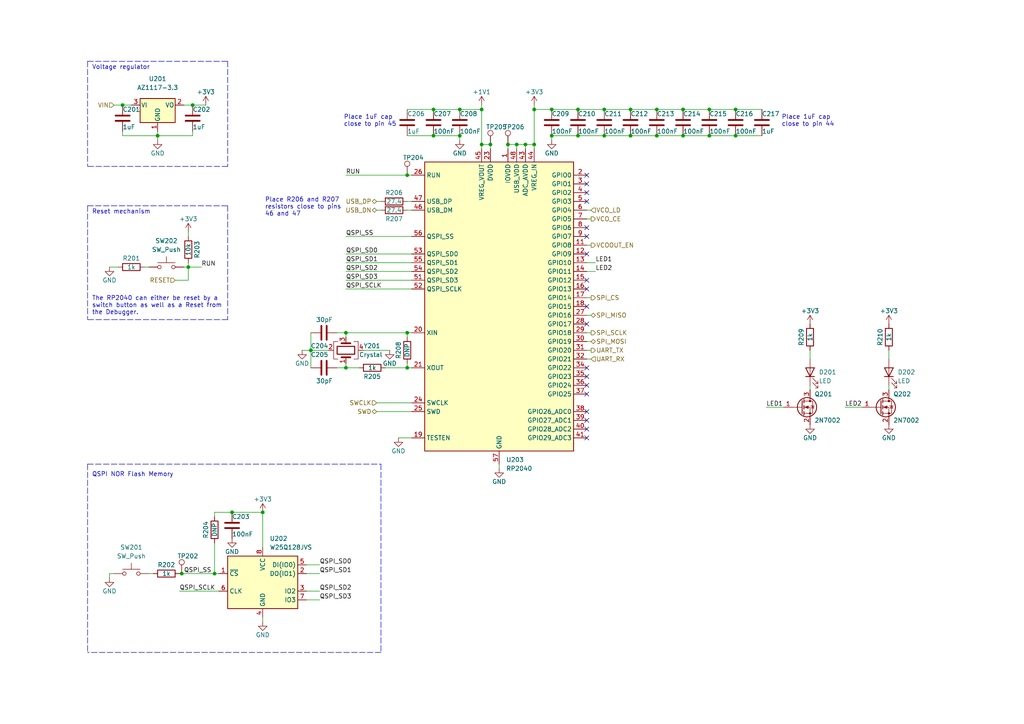
<source format=kicad_sch>
(kicad_sch (version 20211123) (generator eeschema)
  (paper "A4")
  (lib_symbols
    (symbol "Connector:TestPoint" (pin_numbers hide) (pin_names (offset 0.762) hide)
      (property "Reference" "TP" (at 0 6.858 0))
      (property "Value" "TestPoint" (at 0 5.08 0))
      (symbol "TestPoint_0_1"
        (circle (center 0 3.302) (radius 0.762))
      )
      (symbol "TestPoint_1_1"
        (pin passive line (at 0 0 90) (length 2.54) (name "1") (number "1"))
      )
    )
    (symbol "Device:C" (pin_numbers hide) (pin_names (offset 0.254))
      (property "Reference" "C" (at 0.635 2.54 0))
      (property "Value" "C" (at 0.635 -2.54 0))
      (symbol "C_0_1"
        (polyline (pts (xy -2.032 -0.762) (xy 2.032 -0.762)) (stroke (width 0.508)))
        (polyline (pts (xy -2.032 0.762) (xy 2.032 0.762)) (stroke (width 0.508)))
      )
      (symbol "C_1_1"
        (pin passive line (at 0 3.81 270) (length 2.794) (name "~") (number "1"))
        (pin passive line (at 0 -3.81 90) (length 2.794) (name "~") (number "2"))
      )
    )
    (symbol "Device:Crystal_GND24" (pin_names (offset 1.016) hide)
      (property "Reference" "Y" (at 3.175 5.08 0))
      (property "Value" "Crystal_GND24" (at 3.175 3.175 0))
      (symbol "Crystal_GND24_0_1"
        (rectangle (start -1.143 2.54) (end 1.143 -2.54) (stroke (width 0.3048)))
        (polyline (pts (xy -2.54 0) (xy -2.032 0)))
        (polyline (pts (xy -2.032 -1.27) (xy -2.032 1.27)) (stroke (width 0.508)))
        (polyline (pts (xy 0 -3.81) (xy 0 -3.556)))
        (polyline (pts (xy 0 3.556) (xy 0 3.81)))
        (polyline (pts (xy 2.032 -1.27) (xy 2.032 1.27)) (stroke (width 0.508)))
        (polyline (pts (xy 2.032 0) (xy 2.54 0)))
        (polyline (pts (xy -2.54 -2.286) (xy -2.54 -3.556) (xy 2.54 -3.556) (xy 2.54 -2.286)))
        (polyline (pts (xy -2.54 2.286) (xy -2.54 3.556) (xy 2.54 3.556) (xy 2.54 2.286)))
      )
      (symbol "Crystal_GND24_1_1"
        (pin passive line (at -3.81 0 0) (length 1.27) (name "1") (number "1"))
        (pin passive line (at 0 5.08 270) (length 1.27) (name "2") (number "2"))
        (pin passive line (at 3.81 0 180) (length 1.27) (name "3") (number "3"))
        (pin passive line (at 0 -5.08 90) (length 1.27) (name "4") (number "4"))
      )
    )
    (symbol "Device:LED" (pin_numbers hide) (pin_names (offset 1.016) hide)
      (property "Reference" "D" (at 0 2.54 0))
      (property "Value" "LED" (at 0 -2.54 0))
      (symbol "LED_0_1"
        (polyline (pts (xy -1.27 -1.27) (xy -1.27 1.27)) (stroke (width 0.254)))
        (polyline (pts (xy -1.27 0) (xy 1.27 0)))
        (polyline (pts (xy 1.27 -1.27) (xy 1.27 1.27) (xy -1.27 0) (xy 1.27 -1.27)) (stroke (width 0.254)))
        (polyline (pts (xy -3.048 -0.762) (xy -4.572 -2.286) (xy -3.81 -2.286) (xy -4.572 -2.286) (xy -4.572 -1.524)))
        (polyline (pts (xy -1.778 -0.762) (xy -3.302 -2.286) (xy -2.54 -2.286) (xy -3.302 -2.286) (xy -3.302 -1.524)))
      )
      (symbol "LED_1_1"
        (pin passive line (at -3.81 0 0) (length 2.54) (name "K") (number "1"))
        (pin passive line (at 3.81 0 180) (length 2.54) (name "A") (number "2"))
      )
    )
    (symbol "Device:R" (pin_numbers hide) (pin_names (offset 0))
      (property "Reference" "R" (at 2.032 0 90))
      (property "Value" "R" (at 0 0 90))
      (symbol "R_0_1"
        (rectangle (start -1.016 -2.54) (end 1.016 2.54) (stroke (width 0.254)))
      )
      (symbol "R_1_1"
        (pin passive line (at 0 3.81 270) (length 1.27) (name "~") (number "1"))
        (pin passive line (at 0 -3.81 90) (length 1.27) (name "~") (number "2"))
      )
    )
    (symbol "MCU_RaspberryPi:RP2040"
      (property "Reference" "U" (at 17.78 45.72 0))
      (property "Value" "RP2040" (at 17.78 43.18 0))
      (symbol "RP2040_0_1"
        (rectangle (start -21.59 41.91) (end 21.59 -41.91) (stroke (width 0.254)) (fill (type background)))
      )
      (symbol "RP2040_1_1"
        (pin power_in line (at 2.54 45.72 270) (length 3.81) (name "IOVDD") (number "1"))
        (pin passive line (at 2.54 45.72 270) (length 3.81) hide (name "IOVDD") (number "10"))
        (pin bidirectional line (at 25.4 17.78 180) (length 3.81) (name "GPIO8") (number "11"))
        (pin bidirectional line (at 25.4 15.24 180) (length 3.81) (name "GPIO9") (number "12"))
        (pin bidirectional line (at 25.4 12.7 180) (length 3.81) (name "GPIO10") (number "13"))
        (pin bidirectional line (at 25.4 10.16 180) (length 3.81) (name "GPIO11") (number "14"))
        (pin bidirectional line (at 25.4 7.62 180) (length 3.81) (name "GPIO12") (number "15"))
        (pin bidirectional line (at 25.4 5.08 180) (length 3.81) (name "GPIO13") (number "16"))
        (pin bidirectional line (at 25.4 2.54 180) (length 3.81) (name "GPIO14") (number "17"))
        (pin bidirectional line (at 25.4 0 180) (length 3.81) (name "GPIO15") (number "18"))
        (pin input line (at -25.4 -38.1 0) (length 3.81) (name "TESTEN") (number "19"))
        (pin bidirectional line (at 25.4 38.1 180) (length 3.81) (name "GPIO0") (number "2"))
        (pin input line (at -25.4 -7.62 0) (length 3.81) (name "XIN") (number "20"))
        (pin passive line (at -25.4 -17.78 0) (length 3.81) (name "XOUT") (number "21"))
        (pin passive line (at 2.54 45.72 270) (length 3.81) hide (name "IOVDD") (number "22"))
        (pin power_in line (at -2.54 45.72 270) (length 3.81) (name "DVDD") (number "23"))
        (pin output line (at -25.4 -27.94 0) (length 3.81) (name "SWCLK") (number "24"))
        (pin bidirectional line (at -25.4 -30.48 0) (length 3.81) (name "SWD") (number "25"))
        (pin input line (at -25.4 38.1 0) (length 3.81) (name "RUN") (number "26"))
        (pin bidirectional line (at 25.4 -2.54 180) (length 3.81) (name "GPIO16") (number "27"))
        (pin bidirectional line (at 25.4 -5.08 180) (length 3.81) (name "GPIO17") (number "28"))
        (pin bidirectional line (at 25.4 -7.62 180) (length 3.81) (name "GPIO18") (number "29"))
        (pin bidirectional line (at 25.4 35.56 180) (length 3.81) (name "GPIO1") (number "3"))
        (pin bidirectional line (at 25.4 -10.16 180) (length 3.81) (name "GPIO19") (number "30"))
        (pin bidirectional line (at 25.4 -12.7 180) (length 3.81) (name "GPIO20") (number "31"))
        (pin bidirectional line (at 25.4 -15.24 180) (length 3.81) (name "GPIO21") (number "32"))
        (pin passive line (at 2.54 45.72 270) (length 3.81) hide (name "IOVDD") (number "33"))
        (pin bidirectional line (at 25.4 -17.78 180) (length 3.81) (name "GPIO22") (number "34"))
        (pin bidirectional line (at 25.4 -20.32 180) (length 3.81) (name "GPIO23") (number "35"))
        (pin bidirectional line (at 25.4 -22.86 180) (length 3.81) (name "GPIO24") (number "36"))
        (pin bidirectional line (at 25.4 -25.4 180) (length 3.81) (name "GPIO25") (number "37"))
        (pin bidirectional line (at 25.4 -30.48 180) (length 3.81) (name "GPIO26_ADC0") (number "38"))
        (pin bidirectional line (at 25.4 -33.02 180) (length 3.81) (name "GPIO27_ADC1") (number "39"))
        (pin bidirectional line (at 25.4 33.02 180) (length 3.81) (name "GPIO2") (number "4"))
        (pin bidirectional line (at 25.4 -35.56 180) (length 3.81) (name "GPIO28_ADC2") (number "40"))
        (pin bidirectional line (at 25.4 -38.1 180) (length 3.81) (name "GPIO29_ADC3") (number "41"))
        (pin passive line (at 2.54 45.72 270) (length 3.81) hide (name "IOVDD") (number "42"))
        (pin power_in line (at 7.62 45.72 270) (length 3.81) (name "ADC_AVDD") (number "43"))
        (pin power_in line (at 10.16 45.72 270) (length 3.81) (name "VREG_IN") (number "44"))
        (pin power_out line (at -5.08 45.72 270) (length 3.81) (name "VREG_VOUT") (number "45"))
        (pin bidirectional line (at -25.4 27.94 0) (length 3.81) (name "USB_DM") (number "46"))
        (pin bidirectional line (at -25.4 30.48 0) (length 3.81) (name "USB_DP") (number "47"))
        (pin power_in line (at 5.08 45.72 270) (length 3.81) (name "USB_VDD") (number "48"))
        (pin passive line (at 2.54 45.72 270) (length 3.81) hide (name "IOVDD") (number "49"))
        (pin bidirectional line (at 25.4 30.48 180) (length 3.81) (name "GPIO3") (number "5"))
        (pin passive line (at -2.54 45.72 270) (length 3.81) hide (name "DVDD") (number "50"))
        (pin bidirectional line (at -25.4 7.62 0) (length 3.81) (name "QSPI_SD3") (number "51"))
        (pin output line (at -25.4 5.08 0) (length 3.81) (name "QSPI_SCLK") (number "52"))
        (pin bidirectional line (at -25.4 15.24 0) (length 3.81) (name "QSPI_SD0") (number "53"))
        (pin bidirectional line (at -25.4 10.16 0) (length 3.81) (name "QSPI_SD2") (number "54"))
        (pin bidirectional line (at -25.4 12.7 0) (length 3.81) (name "QSPI_SD1") (number "55"))
        (pin bidirectional line (at -25.4 20.32 0) (length 3.81) (name "QSPI_SS") (number "56"))
        (pin power_in line (at 0 -45.72 90) (length 3.81) (name "GND") (number "57"))
        (pin bidirectional line (at 25.4 27.94 180) (length 3.81) (name "GPIO4") (number "6"))
        (pin bidirectional line (at 25.4 25.4 180) (length 3.81) (name "GPIO5") (number "7"))
        (pin bidirectional line (at 25.4 22.86 180) (length 3.81) (name "GPIO6") (number "8"))
        (pin bidirectional line (at 25.4 20.32 180) (length 3.81) (name "GPIO7") (number "9"))
      )
    )
    (symbol "Memory_Flash:W25Q128JVS"
      (property "Reference" "U" (at -8.89 8.89 0))
      (property "Value" "W25Q128JVS" (at 7.62 8.89 0))
      (symbol "W25Q128JVS_0_1"
        (rectangle (start -10.16 7.62) (end 10.16 -7.62) (stroke (width 0.254)) (fill (type background)))
      )
      (symbol "W25Q128JVS_1_1"
        (pin input line (at -12.7 2.54 0) (length 2.54) (name "~{CS}") (number "1"))
        (pin bidirectional line (at 12.7 2.54 180) (length 2.54) (name "DO(IO1)") (number "2"))
        (pin bidirectional line (at 12.7 -2.54 180) (length 2.54) (name "IO2") (number "3"))
        (pin power_in line (at 0 -10.16 90) (length 2.54) (name "GND") (number "4"))
        (pin bidirectional line (at 12.7 5.08 180) (length 2.54) (name "DI(IO0)") (number "5"))
        (pin input line (at -12.7 -2.54 0) (length 2.54) (name "CLK") (number "6"))
        (pin bidirectional line (at 12.7 -5.08 180) (length 2.54) (name "IO3") (number "7"))
        (pin power_in line (at 0 10.16 270) (length 2.54) (name "VCC") (number "8"))
      )
    )
    (symbol "Regulator_Linear:AZ1117-3.3" (pin_names (offset 0.254))
      (property "Reference" "U" (at -3.81 3.175 0))
      (property "Value" "AZ1117-3.3" (at 0 3.175 0))
      (symbol "AZ1117-3.3_0_1"
        (rectangle (start -5.08 1.905) (end 5.08 -5.08) (stroke (width 0.254)) (fill (type background)))
      )
      (symbol "AZ1117-3.3_1_1"
        (pin power_in line (at 0 -7.62 90) (length 2.54) (name "GND") (number "1"))
        (pin power_out line (at 7.62 0 180) (length 2.54) (name "VO") (number "2"))
        (pin power_in line (at -7.62 0 0) (length 2.54) (name "VI") (number "3"))
      )
    )
    (symbol "Switch:SW_Push" (pin_numbers hide) (pin_names (offset 1.016) hide)
      (property "Reference" "SW" (at 1.27 2.54 0))
      (property "Value" "SW_Push" (at 0 -1.524 0))
      (symbol "SW_Push_0_1"
        (circle (center -2.032 0) (radius 0.508))
        (polyline (pts (xy 0 1.27) (xy 0 3.048)))
        (polyline (pts (xy 2.54 1.27) (xy -2.54 1.27)))
        (circle (center 2.032 0) (radius 0.508))
        (pin passive line (at -5.08 0 0) (length 2.54) (name "1") (number "1"))
        (pin passive line (at 5.08 0 180) (length 2.54) (name "2") (number "2"))
      )
    )
    (symbol "Transistor_FET:2N7002" (pin_names hide)
      (property "Reference" "Q" (at 5.08 1.905 0))
      (property "Value" "2N7002" (at 5.08 0 0))
      (symbol "2N7002_0_1"
        (polyline (pts (xy 0.254 0) (xy -2.54 0)))
        (polyline (pts (xy 0.254 1.905) (xy 0.254 -1.905)) (stroke (width 0.254)))
        (polyline (pts (xy 0.762 -1.27) (xy 0.762 -2.286)) (stroke (width 0.254)))
        (polyline (pts (xy 0.762 0.508) (xy 0.762 -0.508)) (stroke (width 0.254)))
        (polyline (pts (xy 0.762 2.286) (xy 0.762 1.27)) (stroke (width 0.254)))
        (polyline (pts (xy 2.54 2.54) (xy 2.54 1.778)))
        (polyline (pts (xy 2.54 -2.54) (xy 2.54 0) (xy 0.762 0)))
        (polyline (pts (xy 0.762 -1.778) (xy 3.302 -1.778) (xy 3.302 1.778) (xy 0.762 1.778)))
        (polyline (pts (xy 1.016 0) (xy 2.032 0.381) (xy 2.032 -0.381) (xy 1.016 0)) (fill (type outline)))
        (polyline (pts (xy 2.794 0.508) (xy 2.921 0.381) (xy 3.683 0.381) (xy 3.81 0.254)))
        (polyline (pts (xy 3.302 0.381) (xy 2.921 -0.254) (xy 3.683 -0.254) (xy 3.302 0.381)))
        (circle (center 1.651 0) (radius 2.794) (stroke (width 0.254)))
        (circle (center 2.54 -1.778) (radius 0.254) (fill (type outline)))
        (circle (center 2.54 1.778) (radius 0.254) (fill (type outline)))
      )
      (symbol "2N7002_1_1"
        (pin input line (at -5.08 0 0) (length 2.54) (name "G") (number "1"))
        (pin passive line (at 2.54 -5.08 90) (length 2.54) (name "S") (number "2"))
        (pin passive line (at 2.54 5.08 270) (length 2.54) (name "D") (number "3"))
      )
    )
    (symbol "power:+1V1" (power) (pin_names (offset 0))
      (property "Value" "+1V1" (at 0 3.556 0))
      (symbol "+1V1_0_1"
        (polyline (pts (xy -0.762 1.27) (xy 0 2.54)))
        (polyline (pts (xy 0 0) (xy 0 2.54)))
        (polyline (pts (xy 0 2.54) (xy 0.762 1.27)))
      )
      (symbol "+1V1_1_1"
        (pin power_in line (at 0 0 90) (length 0) hide (name "+1V1") (number "1"))
      )
    )
    (symbol "power:+3V3" (power) (pin_names (offset 0))
      (property "Value" "+3V3" (at 0 3.556 0))
      (symbol "+3V3_0_1"
        (polyline (pts (xy -0.762 1.27) (xy 0 2.54)))
        (polyline (pts (xy 0 0) (xy 0 2.54)))
        (polyline (pts (xy 0 2.54) (xy 0.762 1.27)))
      )
      (symbol "+3V3_1_1"
        (pin power_in line (at 0 0 90) (length 0) hide (name "+3V3") (number "1"))
      )
    )
    (symbol "power:GND" (power) (pin_names (offset 0))
      (property "Value" "GND" (at 0 -3.81 0))
      (symbol "GND_0_1"
        (polyline (pts (xy 0 0) (xy 0 -1.27) (xy 1.27 -1.27) (xy 0 -2.54) (xy -1.27 -1.27) (xy 0 -1.27)))
      )
      (symbol "GND_1_1"
        (pin power_in line (at 0 0 270) (length 0) hide (name "GND") (number "1"))
      )
    )
  )
  (junction (at 198.12 39.37))
  (junction (at 35.56 30.48))
  (junction (at 160.02 31.75))
  (junction (at 100.33 96.52))
  (junction (at 205.74 39.37))
  (junction (at 149.86 41.91))
  (junction (at 62.23 166.37))
  (junction (at 118.11 106.68))
  (junction (at 118.11 96.52))
  (junction (at 152.4 41.91))
  (junction (at 139.7 31.75))
  (junction (at 182.88 31.75))
  (junction (at 175.26 31.75))
  (junction (at 213.36 31.75))
  (junction (at 154.94 41.91))
  (junction (at 190.5 31.75))
  (junction (at 160.02 39.37))
  (junction (at 133.35 31.75))
  (junction (at 67.31 148.59))
  (junction (at 90.17 101.6))
  (junction (at 45.72 39.37))
  (junction (at 55.88 30.48))
  (junction (at 213.36 39.37))
  (junction (at 175.26 39.37))
  (junction (at 154.94 31.75))
  (junction (at 142.24 41.91))
  (junction (at 167.64 39.37))
  (junction (at 182.88 39.37))
  (junction (at 147.32 41.91))
  (junction (at 198.12 31.75))
  (junction (at 118.11 50.8))
  (junction (at 52.705 166.37))
  (junction (at 167.64 31.75))
  (junction (at 205.74 31.75))
  (junction (at 54.61 77.47))
  (junction (at 125.73 39.37))
  (junction (at 100.33 106.68))
  (junction (at 190.5 39.37))
  (junction (at 125.73 31.75))
  (junction (at 133.35 39.37))
  (junction (at 139.7 41.91))
  (junction (at 76.2 148.59))
  (no_connect (at 170.18 127))
  (no_connect (at 170.18 119.38))
  (no_connect (at 170.18 121.92))
  (no_connect (at 170.18 124.46))
  (no_connect (at 170.18 73.66))
  (no_connect (at 170.18 106.68))
  (no_connect (at 170.18 109.22))
  (no_connect (at 170.18 66.04))
  (no_connect (at 170.18 68.58))
  (no_connect (at 170.18 81.28))
  (no_connect (at 170.18 83.82))
  (no_connect (at 170.18 88.9))
  (no_connect (at 170.18 93.98))
  (no_connect (at 170.18 50.8))
  (no_connect (at 170.18 53.34))
  (no_connect (at 170.18 55.88))
  (no_connect (at 170.18 58.42))
  (no_connect (at 170.18 111.76))
  (no_connect (at 170.18 114.3))
  (wire (pts (xy 170.18 76.2) (xy 172.72 76.2)))
  (wire (pts (xy 125.73 31.75) (xy 133.35 31.75)))
  (wire (pts (xy 147.32 41.91) (xy 147.32 43.18)))
  (wire (pts (xy 55.88 38.1) (xy 55.88 39.37)))
  (wire (pts (xy 118.11 58.42) (xy 119.38 58.42)))
  (wire (pts (xy 257.81 111.76) (xy 257.81 113.03)))
  (wire (pts (xy 67.31 148.59) (xy 76.2 148.59)))
  (polyline (pts (xy 66.04 59.69) (xy 66.04 92.71)))
  (wire (pts (xy 118.11 96.52) (xy 118.11 97.79)))
  (polyline (pts (xy 25.4 59.69) (xy 25.4 92.71)))
  (wire (pts (xy 109.22 116.84) (xy 119.38 116.84)))
  (wire (pts (xy 100.33 96.52) (xy 118.11 96.52)))
  (wire (pts (xy 53.34 30.48) (xy 55.88 30.48)))
  (wire (pts (xy 76.2 148.59) (xy 76.2 158.75)))
  (wire (pts (xy 257.81 101.6) (xy 257.81 104.14)))
  (wire (pts (xy 53.34 77.47) (xy 54.61 77.47)))
  (wire (pts (xy 154.94 41.91) (xy 152.4 41.91)))
  (wire (pts (xy 182.88 39.37) (xy 190.5 39.37)))
  (wire (pts (xy 97.79 96.52) (xy 100.33 96.52)))
  (wire (pts (xy 118.11 50.8) (xy 119.38 50.8)))
  (polyline (pts (xy 66.04 17.78) (xy 66.04 48.26)))
  (wire (pts (xy 118.11 106.68) (xy 119.38 106.68)))
  (wire (pts (xy 100.33 97.79) (xy 100.33 96.52)))
  (wire (pts (xy 190.5 39.37) (xy 198.12 39.37)))
  (polyline (pts (xy 25.4 134.62) (xy 110.49 134.62)))
  (wire (pts (xy 33.02 166.37) (xy 31.75 166.37)))
  (wire (pts (xy 198.12 39.37) (xy 205.74 39.37)))
  (wire (pts (xy 52.07 171.45) (xy 63.5 171.45)))
  (wire (pts (xy 142.24 43.18) (xy 142.24 41.91)))
  (wire (pts (xy 234.95 101.6) (xy 234.95 104.14)))
  (wire (pts (xy 109.22 58.42) (xy 110.49 58.42)))
  (wire (pts (xy 90.17 101.6) (xy 95.25 101.6)))
  (wire (pts (xy 67.31 148.59) (xy 62.23 148.59)))
  (wire (pts (xy 43.18 166.37) (xy 44.45 166.37)))
  (wire (pts (xy 222.25 118.11) (xy 227.33 118.11)))
  (wire (pts (xy 92.71 166.37) (xy 88.9 166.37)))
  (wire (pts (xy 139.7 41.91) (xy 139.7 31.75)))
  (wire (pts (xy 160.02 31.75) (xy 167.64 31.75)))
  (wire (pts (xy 167.64 31.75) (xy 175.26 31.75)))
  (polyline (pts (xy 66.04 48.26) (xy 25.4 48.26)))
  (wire (pts (xy 100.33 81.28) (xy 119.38 81.28)))
  (wire (pts (xy 160.02 39.37) (xy 160.02 40.64)))
  (wire (pts (xy 152.4 41.91) (xy 152.4 43.18)))
  (polyline (pts (xy 25.4 134.62) (xy 25.4 189.23)))
  (wire (pts (xy 111.76 106.68) (xy 118.11 106.68)))
  (wire (pts (xy 133.35 39.37) (xy 133.35 40.64)))
  (wire (pts (xy 170.18 99.06) (xy 171.45 99.06)))
  (wire (pts (xy 52.07 166.37) (xy 52.705 166.37)))
  (wire (pts (xy 45.72 39.37) (xy 55.88 39.37)))
  (wire (pts (xy 109.22 60.96) (xy 110.49 60.96)))
  (wire (pts (xy 170.18 91.44) (xy 171.45 91.44)))
  (wire (pts (xy 182.88 31.75) (xy 190.5 31.75)))
  (wire (pts (xy 55.88 30.48) (xy 59.69 30.48)))
  (wire (pts (xy 90.17 101.6) (xy 90.17 106.68)))
  (wire (pts (xy 33.02 30.48) (xy 35.56 30.48)))
  (wire (pts (xy 170.18 78.74) (xy 172.72 78.74)))
  (wire (pts (xy 100.33 73.66) (xy 119.38 73.66)))
  (wire (pts (xy 245.11 118.11) (xy 250.19 118.11)))
  (polyline (pts (xy 25.4 59.69) (xy 66.04 59.69)))
  (wire (pts (xy 133.35 31.75) (xy 139.7 31.75)))
  (wire (pts (xy 45.72 39.37) (xy 45.72 40.64)))
  (wire (pts (xy 167.64 39.37) (xy 175.26 39.37)))
  (wire (pts (xy 175.26 31.75) (xy 182.88 31.75)))
  (wire (pts (xy 198.12 31.75) (xy 205.74 31.75)))
  (wire (pts (xy 190.5 31.75) (xy 198.12 31.75)))
  (wire (pts (xy 118.11 60.96) (xy 119.38 60.96)))
  (wire (pts (xy 160.02 39.37) (xy 167.64 39.37)))
  (wire (pts (xy 88.9 171.45) (xy 92.71 171.45)))
  (wire (pts (xy 41.91 77.47) (xy 43.18 77.47)))
  (wire (pts (xy 54.61 77.47) (xy 54.61 81.28)))
  (wire (pts (xy 149.86 41.91) (xy 149.86 43.18)))
  (wire (pts (xy 154.94 30.48) (xy 154.94 31.75)))
  (wire (pts (xy 118.11 105.41) (xy 118.11 106.68)))
  (wire (pts (xy 100.33 78.74) (xy 119.38 78.74)))
  (wire (pts (xy 125.73 39.37) (xy 133.35 39.37)))
  (wire (pts (xy 54.61 77.47) (xy 58.42 77.47)))
  (wire (pts (xy 62.23 166.37) (xy 63.5 166.37)))
  (wire (pts (xy 100.33 76.2) (xy 119.38 76.2)))
  (wire (pts (xy 118.11 31.75) (xy 125.73 31.75)))
  (wire (pts (xy 118.11 96.52) (xy 119.38 96.52)))
  (polyline (pts (xy 25.4 17.78) (xy 25.4 48.26)))
  (wire (pts (xy 170.18 86.36) (xy 171.45 86.36)))
  (wire (pts (xy 35.56 30.48) (xy 38.1 30.48)))
  (wire (pts (xy 170.18 63.5) (xy 171.45 63.5)))
  (wire (pts (xy 52.705 166.37) (xy 62.23 166.37)))
  (polyline (pts (xy 110.49 189.23) (xy 25.4 189.23)))
  (wire (pts (xy 62.23 157.48) (xy 62.23 166.37)))
  (wire (pts (xy 100.33 50.8) (xy 118.11 50.8)))
  (wire (pts (xy 213.36 31.75) (xy 220.98 31.75)))
  (wire (pts (xy 149.86 41.91) (xy 147.32 41.91)))
  (wire (pts (xy 50.8 81.28) (xy 54.61 81.28)))
  (wire (pts (xy 115.57 127) (xy 119.38 127)))
  (wire (pts (xy 175.26 39.37) (xy 182.88 39.37)))
  (wire (pts (xy 35.56 39.37) (xy 45.72 39.37)))
  (wire (pts (xy 170.18 71.12) (xy 171.45 71.12)))
  (polyline (pts (xy 25.4 17.78) (xy 66.04 17.78)))
  (wire (pts (xy 54.61 67.31) (xy 54.61 68.58)))
  (wire (pts (xy 54.61 76.2) (xy 54.61 77.47)))
  (wire (pts (xy 35.56 38.1) (xy 35.56 39.37)))
  (wire (pts (xy 170.18 60.96) (xy 171.45 60.96)))
  (wire (pts (xy 76.2 179.07) (xy 76.2 180.34)))
  (wire (pts (xy 88.9 173.99) (xy 92.71 173.99)))
  (wire (pts (xy 90.17 96.52) (xy 90.17 101.6)))
  (wire (pts (xy 144.78 134.62) (xy 144.78 135.89)))
  (wire (pts (xy 45.72 38.1) (xy 45.72 39.37)))
  (wire (pts (xy 109.22 119.38) (xy 119.38 119.38)))
  (wire (pts (xy 154.94 31.75) (xy 160.02 31.75)))
  (wire (pts (xy 62.23 148.59) (xy 62.23 149.86)))
  (wire (pts (xy 139.7 41.91) (xy 142.24 41.91)))
  (wire (pts (xy 205.74 39.37) (xy 213.36 39.37)))
  (wire (pts (xy 170.18 96.52) (xy 171.45 96.52)))
  (wire (pts (xy 97.79 106.68) (xy 100.33 106.68)))
  (polyline (pts (xy 66.04 92.71) (xy 25.4 92.71)))
  (wire (pts (xy 139.7 43.18) (xy 139.7 41.91)))
  (wire (pts (xy 205.74 31.75) (xy 213.36 31.75)))
  (wire (pts (xy 105.41 101.6) (xy 113.03 101.6)))
  (wire (pts (xy 100.33 68.58) (xy 119.38 68.58)))
  (wire (pts (xy 87.63 101.6) (xy 90.17 101.6)))
  (wire (pts (xy 139.7 30.48) (xy 139.7 31.75)))
  (wire (pts (xy 118.11 39.37) (xy 125.73 39.37)))
  (wire (pts (xy 154.94 31.75) (xy 154.94 41.91)))
  (wire (pts (xy 31.75 166.37) (xy 31.75 167.64)))
  (wire (pts (xy 234.95 111.76) (xy 234.95 113.03)))
  (polyline (pts (xy 110.49 134.62) (xy 110.49 189.23)))
  (wire (pts (xy 154.94 41.91) (xy 154.94 43.18)))
  (wire (pts (xy 170.18 101.6) (xy 171.45 101.6)))
  (wire (pts (xy 31.75 77.47) (xy 34.29 77.47)))
  (wire (pts (xy 100.33 83.82) (xy 119.38 83.82)))
  (wire (pts (xy 152.4 41.91) (xy 149.86 41.91)))
  (wire (pts (xy 92.71 163.83) (xy 88.9 163.83)))
  (wire (pts (xy 104.14 106.68) (xy 100.33 106.68)))
  (wire (pts (xy 170.18 104.14) (xy 171.45 104.14)))
  (wire (pts (xy 100.33 105.41) (xy 100.33 106.68)))
  (wire (pts (xy 213.36 39.37) (xy 220.98 39.37)))
  (text "Place R206 and R207\nresistors close to pins \n46 and 47" (at 76.835 62.865 0) (effects (font (size 1.27 1.27)) (justify left bottom)))
  (text "The RP2040 can either be reset by a \nswitch button as well as a Reset from\nthe Debugger." (at 26.67 91.44 0) (effects (font (size 1.27 1.27)) (justify left bottom)))
  (text "Place 1uF cap \nclose to pin 45" (at 99.695 36.83 0) (effects (font (size 1.27 1.27)) (justify left bottom)))
  (text "Voltage regulator" (at 26.67 20.32 0) (effects (font (size 1.27 1.27)) (justify left bottom)))
  (text "Place 1uF cap \nclose to pin 44" (at 226.695 36.83 0) (effects (font (size 1.27 1.27)) (justify left bottom)))
  (text "Reset mechanism" (at 26.67 62.23 0) (effects (font (size 1.27 1.27)) (justify left bottom)))
  (text "QSPI NOR Flash Memory" (at 26.67 138.43 0) (effects (font (size 1.27 1.27)) (justify left bottom)))
  (label "LED1" (at 172.72 76.2 0))
  (label "LED1" (at 222.25 118.11 0))
  (label "QSPI_SD1" (at 92.71 166.37 0))
  (label "RUN" (at 58.42 77.47 0))
  (label "QSPI_SD3" (at 100.33 81.28 0))
  (label "QSPI_SD1" (at 100.33 76.2 0))
  (label "QSPI_SD3" (at 92.71 173.99 0))
  (label "QSPI_SD0" (at 100.33 73.66 0))
  (label "QSPI_SCLK" (at 100.33 83.82 0))
  (label "LED2" (at 172.72 78.74 0))
  (label "RUN" (at 100.33 50.8 0))
  (label "LED2" (at 245.11 118.11 0))
  (label "QSPI_SS" (at 53.34 166.37 0))
  (label "QSPI_SD2" (at 100.33 78.74 0))
  (label "QSPI_SD0" (at 92.71 163.83 0))
  (label "QSPI_SD2" (at 92.71 171.45 0))
  (label "QSPI_SCLK" (at 52.07 171.45 0))
  (label "QSPI_SS" (at 100.33 68.58 0))
  (hierarchical_label "VCOOUT_EN" (shape output) (at 171.45 71.12 0))
  (hierarchical_label "SWCLK" (shape input) (at 109.22 116.84 180))
  (hierarchical_label "SPI_MISO" (shape bidirectional) (at 171.45 91.44 0))
  (hierarchical_label "SPI_MOSI" (shape bidirectional) (at 171.45 99.06 0))
  (hierarchical_label "UART_TX" (shape output) (at 171.45 101.6 0))
  (hierarchical_label "SPI_SCLK" (shape output) (at 171.45 96.52 0))
  (hierarchical_label "SPI_CS" (shape output) (at 171.45 86.36 0))
  (hierarchical_label "USB_DP" (shape bidirectional) (at 109.22 58.42 180))
  (hierarchical_label "USB_DN" (shape bidirectional) (at 109.22 60.96 180))
  (hierarchical_label "SWD" (shape bidirectional) (at 109.22 119.38 180))
  (hierarchical_label "UART_RX" (shape input) (at 171.45 104.14 0))
  (hierarchical_label "VIN" (shape input) (at 33.02 30.48 180))
  (hierarchical_label "VCO_LD" (shape input) (at 171.45 60.96 0))
  (hierarchical_label "VCO_CE" (shape output) (at 171.45 63.5 0))
  (hierarchical_label "RESET" (shape input) (at 50.8 81.28 180))
  (symbol (lib_id "power:GND") (at 45.72 40.64 0) (unit 1)
    (property "Reference" "#PWR0203" (effects hide))
    (property "Value" "GND" (at 45.72 44.45 0))
  )
  (symbol (lib_id "Device:R") (at 54.61 72.39 180) (unit 1)
    (property "Reference" "R203" (at 57.15 72.39 90))
    (property "Value" "10k" (at 54.61 72.39 90))
    (property "Footprint" "Resistor_SMD:R_0402_1005Metric" (effects hide))
    (property "Manufacturer" "YAGEO" (effects hide))
    (property "Part Number" "RT0402BRC0710KL" (effects hide))
    (property "LCSC" "C852428" (effects hide))
    (property "Partnumber" "RT0402BRC0710KL" (effects hide))
  )
  (symbol (lib_id "power:GND") (at 115.57 127 0) (unit 1)
    (property "Reference" "#PWR0211" (effects hide))
    (property "Value" "GND" (at 115.57 130.81 0))
  )
  (symbol (lib_id "Device:R") (at 48.26 166.37 90) (unit 1)
    (property "Reference" "R202" (at 48.26 163.83 90))
    (property "Value" "1k" (at 48.26 166.37 90))
    (property "Footprint" "Resistor_SMD:R_0402_1005Metric" (effects hide))
    (property "Manufacturer" "YAGEO" (effects hide))
    (property "Part Number" "RT0402CRE071KL" (effects hide))
    (property "LCSC" "C705665" (effects hide))
    (property "Partnumber" "RT0402CRE071KL" (effects hide))
  )
  (symbol (lib_id "Device:R") (at 118.11 101.6 180) (unit 1)
    (property "Reference" "R208" (at 115.57 101.6 90))
    (property "Value" "DNP" (at 118.11 101.6 90))
    (property "Footprint" "Resistor_SMD:R_0402_1005Metric" (effects hide))
  )
  (symbol (lib_id "power:GND") (at 257.81 123.19 0) (unit 1)
    (property "Reference" "#PWR0220" (effects hide))
    (property "Value" "GND" (at 257.81 127 0))
  )
  (symbol (lib_id "Regulator_Linear:AZ1117-3.3") (at 45.72 30.48 0) (unit 1)
    (property "Reference" "U201" (at 45.72 22.86 0))
    (property "Value" "AZ1117-3.3" (at 45.72 25.4 0))
    (property "Footprint" "Package_TO_SOT_SMD:SOT-223-3_TabPin2" (effects hide))
    (property "Datasheet" "https://www.diodes.com/assets/Datasheets/AZ1117.pdf" (effects hide))
    (property "LCSC" "C92517" (effects hide))
    (property "Manufacturer" "Diodes Inc" (effects hide))
    (property "Part Number" "AZ1117H-3.3TRE1" (effects hide))
    (property "Partnumber" "AZ1117H-3.3TRE1" (effects hide))
  )
  (symbol (lib_id "power:GND") (at 31.75 167.64 0) (unit 1)
    (property "Reference" "#PWR0202" (effects hide))
    (property "Value" "GND" (at 31.75 171.45 0))
  )
  (symbol (lib_id "Device:R") (at 107.95 106.68 90) (unit 1)
    (property "Reference" "R205" (at 107.95 109.22 90))
    (property "Value" "1k" (at 107.95 106.68 90))
    (property "Footprint" "Resistor_SMD:R_0402_1005Metric" (effects hide))
    (property "Manufacturer" "YAGEO" (effects hide))
    (property "Part Number" "RT0402CRE071KL" (effects hide))
    (property "LCSC" "C705665" (effects hide))
    (property "Partnumber" "RT0402CRE071KL" (effects hide))
  )
  (symbol (lib_id "power:+3V3") (at 76.2 148.59 0) (unit 1)
    (property "Reference" "#PWR0207" (effects hide))
    (property "Value" "+3V3" (at 76.2 144.78 0))
  )
  (symbol (lib_id "Device:C") (at 190.5 35.56 0) (unit 1)
    (property "Reference" "C213" (at 190.5 33.02 0) (effects (justify left)))
    (property "Value" "100nF" (at 190.5 38.1 0) (effects (justify left)))
    (property "Footprint" "Capacitor_SMD:C_0402_1005Metric" (effects hide))
    (property "Manufacturer" "Samsung EM" (effects hide))
    (property "Part Number" "CL05F104ZO5NNNC" (effects hide))
    (property "LCSC" "C84701" (effects hide))
    (property "Partnumber" "CL05F104ZO5NNNC" (effects hide))
  )
  (symbol (lib_id "power:+3V3") (at 154.94 30.48 0) (unit 1)
    (property "Reference" "#PWR0215" (effects hide))
    (property "Value" "+3V3" (at 154.94 26.67 0))
  )
  (symbol (lib_id "Connector:TestPoint") (at 118.11 50.8 0) (unit 1)
    (property "Reference" "TP204" (at 116.84 45.72 0) (effects (justify left)))
    (property "Value" " " (at 120.015 48.7679 0) (effects (justify left)))
    (property "Footprint" "TestPoint:TestPoint_Pad_D1.5mm" (effects hide))
  )
  (symbol (lib_id "power:+3V3") (at 257.81 93.98 0) (unit 1)
    (property "Reference" "#PWR0219" (effects hide))
    (property "Value" "+3V3" (at 257.81 90.17 0))
  )
  (symbol (lib_id "Device:C") (at 125.73 35.56 0) (unit 1)
    (property "Reference" "C207" (at 125.73 33.02 0) (effects (justify left)))
    (property "Value" "100nF" (at 125.73 38.1 0) (effects (justify left)))
    (property "Footprint" "Capacitor_SMD:C_0402_1005Metric" (effects hide))
    (property "Manufacturer" "Samsung EM" (effects hide))
    (property "Part Number" "CL05F104ZO5NNNC" (effects hide))
    (property "LCSC" "C84701" (effects hide))
    (property "Partnumber" "CL05F104ZO5NNNC" (effects hide))
  )
  (symbol (lib_id "power:+3V3") (at 54.61 67.31 0) (unit 1)
    (property "Reference" "#PWR0204" (effects hide))
    (property "Value" "+3V3" (at 54.61 63.5 0))
  )
  (symbol (lib_id "Device:R") (at 38.1 77.47 90) (unit 1)
    (property "Reference" "R201" (at 38.1 74.93 90))
    (property "Value" "1k" (at 38.1 77.47 90))
    (property "Footprint" "Resistor_SMD:R_0402_1005Metric" (effects hide))
    (property "Manufacturer" "YAGEO" (effects hide))
    (property "Part Number" "RT0402CRE071KL" (effects hide))
    (property "LCSC" "C705665" (effects hide))
    (property "Partnumber" "RT0402CRE071KL" (effects hide))
  )
  (symbol (lib_id "Device:C") (at 55.88 34.29 0) (unit 1)
    (property "Reference" "C202" (at 55.88 31.75 0) (effects (justify left)))
    (property "Value" "1uF" (at 55.88 36.83 0) (effects (justify left)))
    (property "Footprint" "Capacitor_SMD:C_0402_1005Metric" (effects hide))
    (property "Manufacturer" "Murata" (effects hide))
    (property "Part Number" "GCM155C71A105KE38D" (effects hide))
    (property "LCSC" "C126521" (effects hide))
    (property "Partnumber" "GCM155C71A105KE38D" (effects hide))
  )
  (symbol (lib_id "Device:C") (at 160.02 35.56 0) (unit 1)
    (property "Reference" "C209" (at 160.02 33.02 0) (effects (justify left)))
    (property "Value" "100nF" (at 160.02 38.1 0) (effects (justify left)))
    (property "Footprint" "Capacitor_SMD:C_0402_1005Metric" (effects hide))
    (property "Manufacturer" "Samsung EM" (effects hide))
    (property "Part Number" "CL05F104ZO5NNNC" (effects hide))
    (property "LCSC" "C84701" (effects hide))
    (property "Partnumber" "CL05F104ZO5NNNC" (effects hide))
  )
  (symbol (lib_id "Device:R") (at 114.3 60.96 90) (unit 1)
    (property "Reference" "R207" (at 114.3 63.5 90))
    (property "Value" "27.4" (at 114.3 60.96 90))
    (property "Footprint" "Resistor_SMD:R_0402_1005Metric" (effects hide))
    (property "LCSC" "C31439" (effects hide))
    (property "Manufacturer" "UNI-ROYAL" (effects hide))
    (property "Part Number" "0402WGF274JTCE" (effects hide))
    (property "Partnumber" "0402WGF274JTCE" (effects hide))
  )
  (symbol (lib_id "power:GND") (at 76.2 180.34 0) (unit 1)
    (property "Reference" "#PWR0208" (effects hide))
    (property "Value" "GND" (at 76.2 184.15 0))
  )
  (symbol (lib_id "power:+3V3") (at 59.69 30.48 0) (unit 1)
    (property "Reference" "#PWR0205" (effects hide))
    (property "Value" "+3V3" (at 59.69 26.67 0))
  )
  (symbol (lib_id "power:GND") (at 113.03 101.6 0) (unit 1)
    (property "Reference" "#PWR0210" (effects hide))
    (property "Value" "GND" (at 113.03 105.41 0))
  )
  (symbol (lib_id "Device:C") (at 175.26 35.56 0) (unit 1)
    (property "Reference" "C211" (at 175.26 33.02 0) (effects (justify left)))
    (property "Value" "100nF" (at 175.26 38.1 0) (effects (justify left)))
    (property "Footprint" "Capacitor_SMD:C_0402_1005Metric" (effects hide))
    (property "Manufacturer" "Samsung EM" (effects hide))
    (property "Part Number" "CL05F104ZO5NNNC" (effects hide))
    (property "LCSC" "C84701" (effects hide))
    (property "Partnumber" "CL05F104ZO5NNNC" (effects hide))
  )
  (symbol (lib_id "Device:C") (at 93.98 106.68 90) (unit 1)
    (property "Reference" "C205" (at 95.25 102.87 90) (effects (justify left)))
    (property "Value" "30pF" (at 96.52 110.49 90) (effects (justify left)))
    (property "Footprint" "Capacitor_SMD:C_0402_1005Metric" (effects hide))
    (property "Manufacturer" "Murata" (effects hide))
    (property "Part Number" "GCM1555C1H300JA16D" (effects hide))
    (property "LCSC" "C161152" (effects hide))
    (property "Partnumber" "GCM1555C1H300JA16D" (effects hide))
  )
  (symbol (lib_id "Device:C") (at 35.56 34.29 0) (unit 1)
    (property "Reference" "C201" (at 35.56 31.75 0) (effects (justify left)))
    (property "Value" "1uF" (at 35.56 36.83 0) (effects (justify left)))
    (property "Footprint" "Capacitor_SMD:C_0402_1005Metric" (effects hide))
    (property "Manufacturer" "Murata" (effects hide))
    (property "Part Number" "GCM155C71A105KE38D" (effects hide))
    (property "LCSC" "C126521" (effects hide))
    (property "Partnumber" "GCM155C71A105KE38D" (effects hide))
  )
  (symbol (lib_id "Transistor_FET:2N7002") (at 232.41 118.11 0) (unit 1)
    (property "Reference" "Q201" (at 236.22 114.3 0) (effects (justify left)))
    (property "Value" "2N7002" (at 236.22 121.92 0) (effects (justify left)))
    (property "Footprint" "Package_TO_SOT_SMD:SOT-23" (effects hide))
    (property "Datasheet" "https://www.onsemi.com/pub/Collateral/NDS7002A-D.PDF" (effects hide))
    (property "Manufacturer" "Yangzhou Yangjie Elec Tech" (effects hide))
    (property "Part Number" "2N7002" (effects hide))
    (property "LCSC" "C389059" (effects hide))
    (property "Partnumber" "2N7002" (effects hide))
  )
  (symbol (lib_id "power:GND") (at 144.78 135.89 0) (unit 1)
    (property "Reference" "#PWR0214" (effects hide))
    (property "Value" "GND" (at 144.78 139.7 0))
  )
  (symbol (lib_id "Device:C") (at 167.64 35.56 0) (unit 1)
    (property "Reference" "C210" (at 167.64 33.02 0) (effects (justify left)))
    (property "Value" "100nF" (at 167.64 38.1 0) (effects (justify left)))
    (property "Footprint" "Capacitor_SMD:C_0402_1005Metric" (effects hide))
    (property "Manufacturer" "Samsung EM" (effects hide))
    (property "Part Number" "CL05F104ZO5NNNC" (effects hide))
    (property "LCSC" "C84701" (effects hide))
    (property "Partnumber" "CL05F104ZO5NNNC" (effects hide))
  )
  (symbol (lib_id "power:GND") (at 133.35 40.64 0) (unit 1)
    (property "Reference" "#PWR0212" (effects hide))
    (property "Value" "GND" (at 133.35 44.45 0))
  )
  (symbol (lib_id "Device:C") (at 67.31 152.4 0) (unit 1)
    (property "Reference" "C203" (at 67.31 149.86 0) (effects (justify left)))
    (property "Value" "100nF" (at 67.31 154.94 0) (effects (justify left)))
    (property "Footprint" "Capacitor_SMD:C_0402_1005Metric" (effects hide))
    (property "Manufacturer" "Samsung EM" (effects hide))
    (property "Part Number" "CL05F104ZO5NNNC" (effects hide))
    (property "LCSC" "C84701" (effects hide))
    (property "Partnumber" "CL05F104ZO5NNNC" (effects hide))
  )
  (symbol (lib_id "Device:R") (at 257.81 97.79 0) (unit 1)
    (property "Reference" "R210" (at 255.27 97.79 90))
    (property "Value" "1k" (at 257.81 97.79 90))
    (property "Footprint" "Resistor_SMD:R_0402_1005Metric" (effects hide))
    (property "Manufacturer" "YAGEO" (effects hide))
    (property "Part Number" "RT0402CRE071KL" (effects hide))
    (property "LCSC" "C705665" (effects hide))
    (property "Partnumber" "RT0402CRE071KL" (effects hide))
  )
  (symbol (lib_id "Device:LED") (at 257.81 107.95 90) (unit 1)
    (property "Reference" "D202" (at 260.35 107.95 90) (effects (justify right)))
    (property "Value" "LED" (at 260.35 110.49 90) (effects (justify right)))
    (property "Footprint" "LED_SMD:LED_0603_1608Metric" (effects hide))
    (property "Manufacturer" "Everlight" (effects hide))
    (property "Part Number" "19-217/GHC-YR1S2/3T" (effects hide))
    (property "LCSC" "C72043" (effects hide))
    (property "Partnumber" "19-217/GHC-YR1S2/3T" (effects hide))
  )
  (symbol (lib_id "Connector:TestPoint") (at 52.705 166.37 0) (unit 1)
    (property "Reference" "TP202" (at 51.435 161.29 0) (effects (justify left)))
    (property "Value" " " (at 54.61 164.3379 0) (effects (justify left)))
    (property "Footprint" "TestPoint:TestPoint_Pad_D1.5mm" (effects hide))
  )
  (symbol (lib_id "Device:C") (at 133.35 35.56 0) (unit 1)
    (property "Reference" "C208" (at 133.35 33.02 0) (effects (justify left)))
    (property "Value" "100nF" (at 133.35 38.1 0) (effects (justify left)))
    (property "Footprint" "Capacitor_SMD:C_0402_1005Metric" (effects hide))
    (property "Manufacturer" "Samsung EM" (effects hide))
    (property "Part Number" "CL05F104ZO5NNNC" (effects hide))
    (property "LCSC" "C84701" (effects hide))
    (property "Partnumber" "CL05F104ZO5NNNC" (effects hide))
  )
  (symbol (lib_id "Switch:SW_Push") (at 48.26 77.47 0) (unit 1)
    (property "Reference" "SW202" (at 48.26 69.85 0))
    (property "Value" "SW_Push" (at 48.26 72.39 0))
    (property "Footprint" "TL3365AF180QG:SW_TL3365AF180QG" (effects hide))
    (property "Datasheet" "https://datasheet.lcsc.com/lcsc/2109061830_BZCN-TSA017A2540A03_C2888435.pdf" (effects hide))
    (property "Manufacturer" "BZCN" (effects hide))
    (property "Part Number" "TSA017A2540A03" (effects hide))
    (property "LCSC" "C2888435" (effects hide))
    (property "Partnumber" "TSA017A2540A03" (effects hide))
  )
  (symbol (lib_id "Device:R") (at 114.3 58.42 90) (unit 1)
    (property "Reference" "R206" (at 114.3 55.88 90))
    (property "Value" "27.4" (at 114.3 58.42 90))
    (property "Footprint" "Resistor_SMD:R_0402_1005Metric" (effects hide))
    (property "LCSC" "C31439" (effects hide))
    (property "Manufacturer" "UNI-ROYAL" (effects hide))
    (property "Part Number" "0402WGF274JTCE" (effects hide))
    (property "Partnumber" "0402WGF274JTCE" (effects hide))
  )
  (symbol (lib_id "Device:Crystal_GND24") (at 100.33 101.6 90) (unit 1)
    (property "Reference" "Y201" (at 105.41 100.33 90) (effects (justify right)))
    (property "Value" "Crystal" (at 104.14 102.8699 90) (effects (justify right)))
    (property "Footprint" "Crystal:Crystal_SMD_3225-4Pin_3.2x2.5mm" (effects hide))
    (property "Manufacturer" " TAE(Zhejiang Abel Elec)" (effects hide))
    (property "Part Number" "TAXM12M4RLBDDT2T" (effects hide))
    (property "LCSC" "C133334" (effects hide))
    (property "Partnumber" "TAXM12M4RLBDDT2T" (effects hide))
  )
  (symbol (lib_id "Device:R") (at 234.95 97.79 0) (unit 1)
    (property "Reference" "R209" (at 232.41 97.79 90))
    (property "Value" "1k" (at 234.95 97.79 90))
    (property "Footprint" "Resistor_SMD:R_0402_1005Metric" (effects hide))
    (property "Manufacturer" "YAGEO" (effects hide))
    (property "Part Number" "RT0402CRE071KL" (effects hide))
    (property "LCSC" "C705665" (effects hide))
    (property "Partnumber" "RT0402CRE071KL" (effects hide))
  )
  (symbol (lib_id "Memory_Flash:W25Q128JVS") (at 76.2 168.91 0) (unit 1)
    (property "Reference" "U202" (at 78.2194 156.21 0) (effects (justify left)))
    (property "Value" "W25Q128JVS" (at 78.2194 158.75 0) (effects (justify left)))
    (property "Footprint" "Package_SO:SOIC-8_5.23x5.23mm_P1.27mm" (effects hide))
    (property "Datasheet" "http://www.winbond.com/resource-files/w25q128jv_dtr%20revc%2003272018%20plus.pdf" (effects hide))
    (property "LCSC" "C113767" (effects hide))
    (property "Manufacturer" "Winbond" (effects hide))
    (property "Part Number" "W25Q128JVSIQ" (effects hide))
    (property "Partnumber" "W25Q128JVSIQ" (effects hide))
  )
  (symbol (lib_id "Device:C") (at 182.88 35.56 0) (unit 1)
    (property "Reference" "C212" (at 182.88 33.02 0) (effects (justify left)))
    (property "Value" "100nF" (at 182.88 38.1 0) (effects (justify left)))
    (property "Footprint" "Capacitor_SMD:C_0402_1005Metric" (effects hide))
    (property "Manufacturer" "Samsung EM" (effects hide))
    (property "Part Number" "CL05F104ZO5NNNC" (effects hide))
    (property "LCSC" "C84701" (effects hide))
    (property "Partnumber" "CL05F104ZO5NNNC" (effects hide))
  )
  (symbol (lib_id "Device:C") (at 220.98 35.56 0) (unit 1)
    (property "Reference" "C217" (at 220.98 33.02 0) (effects (justify left)))
    (property "Value" "1uF" (at 220.98 38.1 0) (effects (justify left)))
    (property "Footprint" "Capacitor_SMD:C_0402_1005Metric" (effects hide))
    (property "Manufacturer" "Murata" (effects hide))
    (property "Part Number" "GCM155C71A105KE38D" (effects hide))
    (property "LCSC" "C126521" (effects hide))
    (property "Partnumber" "GCM155C71A105KE38D" (effects hide))
  )
  (symbol (lib_id "Connector:TestPoint") (at 142.24 41.91 0) (unit 1)
    (property "Reference" "TP205" (at 140.97 36.83 0) (effects (justify left)))
    (property "Value" " " (at 144.145 39.8779 0) (effects (justify left)))
    (property "Footprint" "TestPoint:TestPoint_Pad_D1.5mm" (effects hide))
  )
  (symbol (lib_id "Device:C") (at 118.11 35.56 0) (unit 1)
    (property "Reference" "C206" (at 118.11 33.02 0) (effects (justify left)))
    (property "Value" "1uF" (at 118.11 38.1 0) (effects (justify left)))
    (property "Footprint" "Capacitor_SMD:C_0402_1005Metric" (effects hide))
    (property "Manufacturer" "Murata" (effects hide))
    (property "Part Number" "GCM155C71A105KE38D" (effects hide))
    (property "LCSC" "C126521" (effects hide))
    (property "Partnumber" "GCM155C71A105KE38D" (effects hide))
  )
  (symbol (lib_id "Device:C") (at 205.74 35.56 0) (unit 1)
    (property "Reference" "C215" (at 205.74 33.02 0) (effects (justify left)))
    (property "Value" "100nF" (at 205.74 38.1 0) (effects (justify left)))
    (property "Footprint" "Capacitor_SMD:C_0402_1005Metric" (effects hide))
    (property "Manufacturer" "Samsung EM" (effects hide))
    (property "Part Number" "CL05F104ZO5NNNC" (effects hide))
    (property "LCSC" "C84701" (effects hide))
    (property "Partnumber" "CL05F104ZO5NNNC" (effects hide))
  )
  (symbol (lib_id "power:GND") (at 87.63 101.6 0) (unit 1)
    (property "Reference" "#PWR0209" (effects hide))
    (property "Value" "GND" (at 87.63 105.41 0))
  )
  (symbol (lib_id "MCU_RaspberryPi:RP2040") (at 144.78 88.9 0) (unit 1)
    (property "Reference" "U203" (at 146.7994 133.35 0) (effects (justify left)))
    (property "Value" "RP2040" (at 146.7994 135.89 0) (effects (justify left)))
    (property "Footprint" "Package_DFN_QFN:QFN-56-1EP_7x7mm_P0.4mm_EP3.2x3.2mm" (effects hide))
    (property "Datasheet" "https://datasheets.raspberrypi.com/rp2040/rp2040-datasheet.pdf" (effects hide))
    (property "LCSC" "C2040" (effects hide))
    (property "Manufacturer" "Raspberry Pi" (effects hide))
    (property "Part Number" "RP2040" (effects hide))
    (property "Partnumber" "RP2040" (effects hide))
  )
  (symbol (lib_id "power:GND") (at 234.95 123.19 0) (unit 1)
    (property "Reference" "#PWR0218" (effects hide))
    (property "Value" "GND" (at 234.95 127 0))
  )
  (symbol (lib_id "Device:C") (at 198.12 35.56 0) (unit 1)
    (property "Reference" "C214" (at 198.12 33.02 0) (effects (justify left)))
    (property "Value" "100nF" (at 198.12 38.1 0) (effects (justify left)))
    (property "Footprint" "Capacitor_SMD:C_0402_1005Metric" (effects hide))
    (property "Manufacturer" "Samsung EM" (effects hide))
    (property "Part Number" "CL05F104ZO5NNNC" (effects hide))
    (property "LCSC" "C84701" (effects hide))
    (property "Partnumber" "CL05F104ZO5NNNC" (effects hide))
  )
  (symbol (lib_id "power:+3V3") (at 234.95 93.98 0) (unit 1)
    (property "Reference" "#PWR0217" (effects hide))
    (property "Value" "+3V3" (at 234.95 90.17 0))
  )
  (symbol (lib_id "power:GND") (at 160.02 40.64 0) (unit 1)
    (property "Reference" "#PWR0216" (effects hide))
    (property "Value" "GND" (at 160.02 44.45 0))
  )
  (symbol (lib_id "Device:LED") (at 234.95 107.95 90) (unit 1)
    (property "Reference" "D201" (at 237.49 107.95 90) (effects (justify right)))
    (property "Value" "LED" (at 237.49 110.49 90) (effects (justify right)))
    (property "Footprint" "LED_SMD:LED_0603_1608Metric" (effects hide))
    (property "Manufacturer" "Everlight" (effects hide))
    (property "Part Number" "19-217/GHC-YR1S2/3T" (effects hide))
    (property "LCSC" "C72043" (effects hide))
    (property "Partnumber" "19-217/GHC-YR1S2/3T" (effects hide))
  )
  (symbol (lib_id "Connector:TestPoint") (at 147.32 41.91 0) (unit 1)
    (property "Reference" "TP206" (at 146.05 36.83 0) (effects (justify left)))
    (property "Value" " " (at 149.225 39.8779 0) (effects (justify left)))
    (property "Footprint" "TestPoint:TestPoint_Pad_D1.5mm" (effects hide))
  )
  (symbol (lib_id "power:GND") (at 31.75 77.47 0) (unit 1)
    (property "Reference" "#PWR0201" (effects hide))
    (property "Value" "GND" (at 31.75 81.28 0))
  )
  (symbol (lib_id "Device:C") (at 93.98 96.52 90) (unit 1)
    (property "Reference" "C204" (at 95.25 100.33 90) (effects (justify left)))
    (property "Value" "30pF" (at 96.52 92.71 90) (effects (justify left)))
    (property "Footprint" "Capacitor_SMD:C_0402_1005Metric" (effects hide))
    (property "Manufacturer" "Murata" (effects hide))
    (property "Part Number" "GCM1555C1H300JA16D" (effects hide))
    (property "LCSC" "C161152" (effects hide))
    (property "Partnumber" "GCM1555C1H300JA16D" (effects hide))
  )
  (symbol (lib_id "power:GND") (at 67.31 156.21 0) (unit 1)
    (property "Reference" "#PWR0206" (effects hide))
    (property "Value" "GND" (at 67.31 160.02 0))
  )
  (symbol (lib_id "Device:C") (at 213.36 35.56 0) (unit 1)
    (property "Reference" "C216" (at 213.36 33.02 0) (effects (justify left)))
    (property "Value" "100nF" (at 213.36 38.1 0) (effects (justify left)))
    (property "Footprint" "Capacitor_SMD:C_0402_1005Metric" (effects hide))
    (property "Manufacturer" "Samsung EM" (effects hide))
    (property "Part Number" "CL05F104ZO5NNNC" (effects hide))
    (property "LCSC" "C84701" (effects hide))
    (property "Partnumber" "CL05F104ZO5NNNC" (effects hide))
  )
  (symbol (lib_id "Device:R") (at 62.23 153.67 180) (unit 1)
    (property "Reference" "R204" (at 59.69 153.67 90))
    (property "Value" "DNP" (at 62.23 153.67 90))
    (property "Footprint" "Resistor_SMD:R_0402_1005Metric" (effects hide))
  )
  (symbol (lib_id "Switch:SW_Push") (at 38.1 166.37 0) (unit 1)
    (property "Reference" "SW201" (at 38.1 158.75 0))
    (property "Value" "SW_Push" (at 38.1 161.29 0))
    (property "Footprint" "TL3365AF180QG:SW_TL3365AF180QG" (effects hide))
    (property "Datasheet" "https://datasheet.lcsc.com/lcsc/2109061830_BZCN-TSA017A2540A03_C2888435.pdf" (effects hide))
    (property "Manufacturer" "BZCN" (effects hide))
    (property "Part Number" "TSA017A2540A03" (effects hide))
    (property "LCSC" "C2888435" (effects hide))
    (property "Partnumber" "TSA017A2540A03" (effects hide))
  )
  (symbol (lib_id "Transistor_FET:2N7002") (at 255.27 118.11 0) (unit 1)
    (property "Reference" "Q202" (at 259.08 114.3 0) (effects (justify left)))
    (property "Value" "2N7002" (at 259.08 121.92 0) (effects (justify left)))
    (property "Footprint" "Package_TO_SOT_SMD:SOT-23" (effects hide))
    (property "Datasheet" "https://www.onsemi.com/pub/Collateral/NDS7002A-D.PDF" (effects hide))
    (property "Manufacturer" "Yangzhou Yangjie Elec Tech" (effects hide))
    (property "Part Number" "2N7002" (effects hide))
    (property "LCSC" "C389059" (effects hide))
    (property "Partnumber" "2N7002" (effects hide))
  )
  (symbol (lib_id "power:+1V1") (at 139.7 30.48 0) (unit 1)
    (property "Reference" "#PWR0213" (effects hide))
    (property "Value" "+1V1" (at 139.7 26.67 0))
  )
)
</source>
